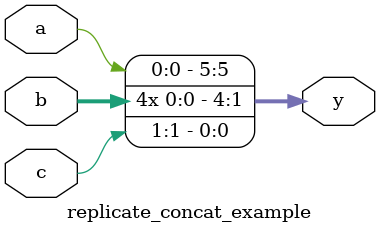
<source format=v>

module replicate_concat_example (
    input  wire a,     
    input  wire [1:0] b,    
    input  wire [3:0] c,    
    output wire [5:0] y );

    
    assign y = {a, {4{b[0]}}, c[1]};

endmodule

</source>
